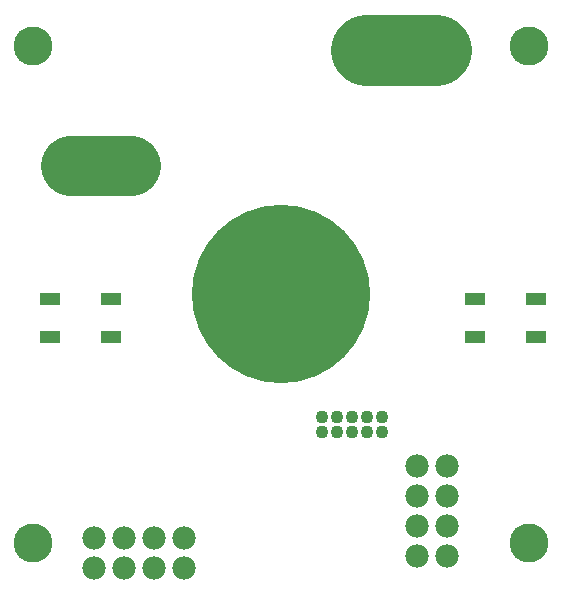
<source format=gbr>
G04 EAGLE Gerber RS-274X export*
G75*
%MOMM*%
%FSLAX34Y34*%
%LPD*%
%INSoldermask Top*%
%IPPOS*%
%AMOC8*
5,1,8,0,0,1.08239X$1,22.5*%
G01*
%ADD10C,3.301600*%
%ADD11C,5.117600*%
%ADD12C,6.017600*%
%ADD13C,15.101600*%
%ADD14R,1.752600X1.101600*%
%ADD15C,1.101600*%
%ADD16C,1.981200*%


D10*
X60000Y60000D03*
X480000Y480000D03*
X60000Y480000D03*
X480000Y60000D03*
D11*
X142680Y378500D02*
X92520Y378500D01*
D12*
X342020Y477400D02*
X401180Y477400D01*
D13*
X270000Y270000D03*
D14*
X125770Y234000D03*
X74230Y234000D03*
X74230Y266000D03*
X125770Y266000D03*
X485770Y234000D03*
X434230Y234000D03*
X434230Y266000D03*
X485770Y266000D03*
D15*
X342700Y153650D03*
X330000Y153650D03*
X317300Y153650D03*
X304600Y153650D03*
X355400Y153650D03*
X342700Y166350D03*
X330000Y166350D03*
X317300Y166350D03*
X304600Y166350D03*
X355400Y166350D03*
D16*
X385300Y125100D03*
X410700Y125100D03*
X385300Y99700D03*
X410700Y99700D03*
X385300Y74300D03*
X410700Y74300D03*
X385300Y48900D03*
X410700Y48900D03*
X111900Y38300D03*
X111900Y63700D03*
X137300Y38300D03*
X137300Y63700D03*
X162700Y38300D03*
X162700Y63700D03*
X188100Y38300D03*
X188100Y63700D03*
M02*

</source>
